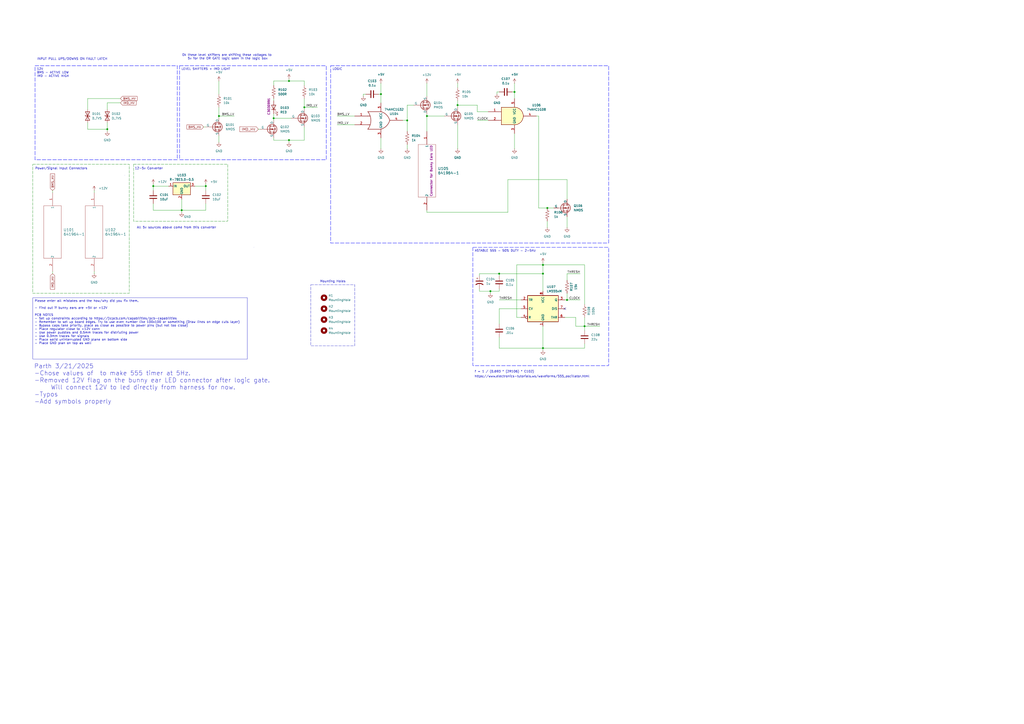
<source format=kicad_sch>
(kicad_sch (version 20250114) (generator "eeschema") (generator_version "9.0")
  (paper "A2")
  (title_block (title "TSSI") (date "2025-02-18") (rev "A") (company "FSAE") (comment 1 "Mason Lemoine, Jacob Parent, Daniel Whitley"))
  (lib_symbols
    (symbol "+5V_1" (power) (pin_numbers (hide yes)) (pin_names (offset 0) (hide yes))
      (property "Value" "+5V" (at 0 3.556 0))
      (symbol "+5V_1_0_1"
        (polyline (pts (xy -0.762 1.27) (xy 0 2.54)))
        (polyline (pts (xy 0 2.54) (xy 0.762 1.27)))
        (polyline (pts (xy 0 0) (xy 0 2.54)))
      )
      (symbol "+5V_1_1_1"
        (pin power_in line (at 0 0 90) (length 0) (name "~") (number "1"))
      )
    )
    (symbol "641964-1:641964-1" (pin_names (offset 0.254))
      (property "Reference" "U" (at 22.86 10.16 0))
      (property "Value" "641964-1" (at 22.86 7.62 0))
      (symbol "641964-1_0_1"
        (polyline (pts (xy 7.62 5.08) (xy 7.62 -5.08)) (stroke (width 0.127)))
        (polyline (pts (xy 7.62 -5.08) (xy 38.1 -5.08)) (stroke (width 0.127)))
        (polyline (pts (xy 38.1 5.08) (xy 7.62 5.08)) (stroke (width 0.127)))
        (polyline (pts (xy 38.1 -5.08) (xy 38.1 5.08)) (stroke (width 0.127)))
        (pin unspecified line (at 0 0 0) (length 7.62) (name "1") (number "1"))
        (pin unspecified line (at 45.72 0 180) (length 7.62) (name "2") (number "2"))
      )
    )
    (symbol "74xGxx:74AHC1G08"
      (property "Reference" "U" (at -2.54 3.81 0))
      (property "Value" "74AHC1G08" (at 0 -3.81 0))
      (symbol "74AHC1G08_0_1"
        (arc (start 0 5.08) (mid 5.0579 0) (end 0 -5.08) (stroke (width 0.254)) (fill (type background)))
        (polyline (pts (xy 0 -5.08) (xy -7.62 -5.08) (xy -7.62 5.08) (xy 0 5.08)) (stroke (width 0.254)) (fill (type background)))
      )
      (symbol "74AHC1G08_1_1"
        (pin input line (at -15.24 2.54 0) (length 7.62) (name "~") (number "1"))
        (pin input line (at -15.24 -2.54 0) (length 7.62) (name "~") (number "2"))
        (pin power_in line (at 0 10.16 270) (length 5.08) (name "VCC") (number "5"))
        (pin power_in line (at 0 -10.16 90) (length 5.08) (name "GND") (number "3"))
        (pin output line (at 12.7 0 180) (length 7.62) (name "~") (number "4"))
      )
    )
    (symbol "74xGxx:74AHC1G32"
      (property "Reference" "U" (at -2.54 3.81 0))
      (property "Value" "74AHC1G32" (at 0 -3.81 0))
      (symbol "74AHC1G32_0_1"
        (arc (start -7.62 5.08) (mid -5.838 0) (end -7.62 -5.08) (stroke (width 0.254)))
        (polyline (pts (xy -7.62 2.54) (xy -6.35 2.54)) (stroke (width 0.254)) (fill (type background)))
        (polyline (pts (xy -7.62 -2.54) (xy -6.35 -2.54)) (stroke (width 0.254)) (fill (type background)))
        (arc (start 5.08 0) (mid 3.202 -3.202) (end 0 -5.08) (stroke (width 0.254)))
        (arc (start 0 5.08) (mid 3.2271 3.2271) (end 5.08 0) (stroke (width 0.254)))
        (polyline (pts (xy 0 5.08) (xy -7.62 5.08)) (stroke (width 0.254)) (fill (type background)))
        (polyline (pts (xy 0 -5.08) (xy -7.62 -5.08)) (stroke (width 0.254)) (fill (type background)))
      )
      (symbol "74AHC1G32_1_1"
        (pin input line (at -15.24 2.54 0) (length 7.62) (name "~") (number "1"))
        (pin input line (at -15.24 -2.54 0) (length 7.62) (name "~") (number "2"))
        (pin power_in line (at 0 10.16 270) (length 5.08) (name "VCC") (number "5"))
        (pin power_in line (at 0 -10.16 90) (length 5.08) (name "GND") (number "3"))
        (pin output line (at 12.7 0 180) (length 7.62) (name "~") (number "4"))
      )
    )
    (symbol "CONNECTOR:641964-1" (pin_names (offset 0.254))
      (property "Reference" "U" (at 22.86 10.16 0))
      (property "Value" "641964-1" (at 22.86 7.62 0))
      (symbol "641964-1_0_1"
        (polyline (pts (xy 7.62 5.08) (xy 7.62 -5.08)) (stroke (width 0.127)))
        (polyline (pts (xy 7.62 -5.08) (xy 38.1 -5.08)) (stroke (width 0.127)))
        (polyline (pts (xy 38.1 5.08) (xy 7.62 5.08)) (stroke (width 0.127)))
        (polyline (pts (xy 38.1 -5.08) (xy 38.1 5.08)) (stroke (width 0.127)))
        (pin unspecified line (at 0 0 0) (length 7.62) (name "1") (number "1"))
        (pin unspecified line (at 45.72 0 180) (length 7.62) (name "2") (number "2"))
      )
    )
    (symbol "Device:C" (pin_numbers (hide yes)) (pin_names (offset 0.254))
      (property "Reference" "C" (at 0.635 2.54 0))
      (property "Value" "C" (at 0.635 -2.54 0))
      (symbol "C_0_1"
        (polyline (pts (xy -2.032 0.762) (xy 2.032 0.762)) (stroke (width 0.508)))
        (polyline (pts (xy -2.032 -0.762) (xy 2.032 -0.762)) (stroke (width 0.508)))
      )
      (symbol "C_1_1"
        (pin passive line (at 0 3.81 270) (length 2.794) (name "~") (number "1"))
        (pin passive line (at 0 -3.81 90) (length 2.794) (name "~") (number "2"))
      )
    )
    (symbol "Device:C_Polarized_US" (pin_numbers (hide yes)) (pin_names (offset 0.254) (hide yes))
      (property "Reference" "C" (at 0.635 2.54 0))
      (property "Value" "C_Polarized_US" (at 0.635 -2.54 0))
      (symbol "C_Polarized_US_0_1"
        (polyline (pts (xy -2.032 0.762) (xy 2.032 0.762)) (stroke (width 0.508)))
        (polyline (pts (xy -1.778 2.286) (xy -0.762 2.286)))
        (polyline (pts (xy -1.27 1.778) (xy -1.27 2.794)))
        (arc (start -2.032 -1.27) (mid 0 -0.5572) (end 2.032 -1.27) (stroke (width 0.508)))
      )
      (symbol "C_Polarized_US_1_1"
        (pin passive line (at 0 3.81 270) (length 2.794) (name "~") (number "1"))
        (pin passive line (at 0 -3.81 90) (length 3.302) (name "~") (number "2"))
      )
    )
    (symbol "Device:D_TVS" (pin_numbers (hide yes)) (pin_names (offset 1.016) (hide yes))
      (property "Reference" "D" (at 0 2.54 0))
      (property "Value" "D_TVS" (at 0 -2.54 0))
      (symbol "D_TVS_0_1"
        (polyline (pts (xy -2.54 1.27) (xy -2.54 -1.27) (xy 2.54 1.27) (xy 2.54 -1.27) (xy -2.54 1.27)) (stroke (width 0.254)))
        (polyline (pts (xy 0.508 1.27) (xy 0 1.27) (xy 0 -1.27) (xy -0.508 -1.27)) (stroke (width 0.254)))
        (polyline (pts (xy 1.27 0) (xy -1.27 0)))
      )
      (symbol "D_TVS_1_1"
        (pin passive line (at -3.81 0 0) (length 2.54) (name "A1") (number "1"))
        (pin passive line (at 3.81 0 180) (length 2.54) (name "A2") (number "2"))
      )
    )
    (symbol "Device:LED" (pin_numbers (hide yes)) (pin_names (offset 1.016) (hide yes))
      (property "Reference" "D" (at 0 2.54 0))
      (property "Value" "LED" (at 0 -2.54 0))
      (symbol "LED_0_1"
        (polyline (pts (xy -3.048 -0.762) (xy -4.572 -2.286) (xy -3.81 -2.286) (xy -4.572 -2.286) (xy -4.572 -1.524)))
        (polyline (pts (xy -1.778 -0.762) (xy -3.302 -2.286) (xy -2.54 -2.286) (xy -3.302 -2.286) (xy -3.302 -1.524)))
        (polyline (pts (xy -1.27 0) (xy 1.27 0)))
        (polyline (pts (xy -1.27 -1.27) (xy -1.27 1.27)) (stroke (width 0.254)))
        (polyline (pts (xy 1.27 -1.27) (xy 1.27 1.27) (xy -1.27 0) (xy 1.27 -1.27)) (stroke (width 0.254)))
      )
      (symbol "LED_1_1"
        (pin passive line (at -3.81 0 0) (length 2.54) (name "K") (number "1"))
        (pin passive line (at 3.81 0 180) (length 2.54) (name "A") (number "2"))
      )
    )
    (symbol "Device:R_US" (pin_numbers (hide yes)) (pin_names (offset 0))
      (property "Reference" "R" (at 2.54 0 90))
      (property "Value" "R_US" (at -2.54 0 90))
      (symbol "R_US_0_1"
        (polyline (pts (xy 0 2.286) (xy 0 2.54)))
        (polyline (pts (xy 0 2.286) (xy 1.016 1.905) (xy 0 1.524) (xy -1.016 1.143) (xy 0 0.762)))
        (polyline (pts (xy 0 0.762) (xy 1.016 0.381) (xy 0 0) (xy -1.016 -0.381) (xy 0 -0.762)))
        (polyline (pts (xy 0 -0.762) (xy 1.016 -1.143) (xy 0 -1.524) (xy -1.016 -1.905) (xy 0 -2.286)))
        (polyline (pts (xy 0 -2.286) (xy 0 -2.54)))
      )
      (symbol "R_US_1_1"
        (pin passive line (at 0 3.81 270) (length 1.27) (name "~") (number "1"))
        (pin passive line (at 0 -3.81 90) (length 1.27) (name "~") (number "2"))
      )
    )
    (symbol "Mechanical:MountingHole" (pin_names (offset 1.016)) (exclude_from_sim yes) (in_bom no)
      (property "Reference" "H" (at 0 5.08 0))
      (property "Value" "MountingHole" (at 0 3.175 0))
      (symbol "MountingHole_0_1"
        (circle (center 0 0) (radius 1.27) (stroke (width 1.27)))
      )
    )
    (symbol "Regulator_Switching:R-78E5.0-0.5" (pin_names (offset 0.254))
      (property "Reference" "U" (at -3.81 3.175 0))
      (property "Value" "R-78E5.0-0.5" (at 0 3.175 0))
      (symbol "R-78E5.0-0.5_0_1"
        (rectangle (start -5.08 1.905) (end 5.08 -5.08) (stroke (width 0.254)) (fill (type background)))
      )
      (symbol "R-78E5.0-0.5_1_1"
        (pin power_in line (at -7.62 0 0) (length 2.54) (name "IN") (number "1"))
        (pin power_in line (at 0 -7.62 90) (length 2.54) (name "GND") (number "2"))
        (pin power_out line (at 7.62 0 180) (length 2.54) (name "OUT") (number "3"))
      )
    )
    (symbol "Simulation_SPICE:NMOS" (pin_numbers (hide yes)) (pin_names (offset 0))
      (property "Reference" "Q" (at 5.08 1.27 0))
      (property "Value" "NMOS" (at 5.08 -1.27 0))
      (symbol "NMOS_0_1"
        (polyline (pts (xy 0.254 1.905) (xy 0.254 -1.905)) (stroke (width 0.254)))
        (polyline (pts (xy 0.254 0) (xy -2.54 0)))
        (polyline (pts (xy 0.762 2.286) (xy 0.762 1.27)) (stroke (width 0.254)))
        (polyline (pts (xy 0.762 0.508) (xy 0.762 -0.508)) (stroke (width 0.254)))
        (polyline (pts (xy 0.762 -1.27) (xy 0.762 -2.286)) (stroke (width 0.254)))
        (polyline (pts (xy 0.762 -1.778) (xy 3.302 -1.778) (xy 3.302 1.778) (xy 0.762 1.778)))
        (polyline (pts (xy 1.016 0) (xy 2.032 0.381) (xy 2.032 -0.381) (xy 1.016 0)) (fill (type outline)))
        (circle (center 1.651 0) (radius 2.794) (stroke (width 0.254)))
        (polyline (pts (xy 2.54 2.54) (xy 2.54 1.778)))
        (circle (center 2.54 1.778) (radius 0.254) (fill (type outline)))
        (circle (center 2.54 -1.778) (radius 0.254) (fill (type outline)))
        (polyline (pts (xy 2.54 -2.54) (xy 2.54 0) (xy 0.762 0)))
        (polyline (pts (xy 2.794 0.508) (xy 2.921 0.381) (xy 3.683 0.381) (xy 3.81 0.254)))
        (polyline (pts (xy 3.302 0.381) (xy 2.921 -0.254) (xy 3.683 -0.254) (xy 3.302 0.381)))
      )
      (symbol "NMOS_1_1"
        (pin input line (at -5.08 0 0) (length 2.54) (name "G") (number "2"))
        (pin passive line (at 2.54 5.08 270) (length 2.54) (name "D") (number "1"))
        (pin passive line (at 2.54 -5.08 90) (length 2.54) (name "S") (number "3"))
      )
    )
    (symbol "Simulation_SPICE:PMOS" (pin_numbers (hide yes)) (pin_names (offset 0))
      (property "Reference" "Q" (at 5.08 1.27 0))
      (property "Value" "PMOS" (at 5.08 -1.27 0))
      (symbol "PMOS_0_1"
        (polyline (pts (xy 0.254 1.905) (xy 0.254 -1.905)) (stroke (width 0.254)))
        (polyline (pts (xy 0.254 0) (xy -2.54 0)))
        (polyline (pts (xy 0.762 2.286) (xy 0.762 1.27)) (stroke (width 0.254)))
        (polyline (pts (xy 0.762 1.778) (xy 3.302 1.778) (xy 3.302 -1.778) (xy 0.762 -1.778)))
        (polyline (pts (xy 0.762 0.508) (xy 0.762 -0.508)) (stroke (width 0.254)))
        (polyline (pts (xy 0.762 -1.27) (xy 0.762 -2.286)) (stroke (width 0.254)))
        (circle (center 1.651 0) (radius 2.794) (stroke (width 0.254)))
        (polyline (pts (xy 2.286 0) (xy 1.27 0.381) (xy 1.27 -0.381) (xy 2.286 0)) (fill (type outline)))
        (polyline (pts (xy 2.54 2.54) (xy 2.54 1.778)))
        (circle (center 2.54 1.778) (radius 0.254) (fill (type outline)))
        (circle (center 2.54 -1.778) (radius 0.254) (fill (type outline)))
        (polyline (pts (xy 2.54 -2.54) (xy 2.54 0) (xy 0.762 0)))
        (polyline (pts (xy 2.794 -0.508) (xy 2.921 -0.381) (xy 3.683 -0.381) (xy 3.81 -0.254)))
        (polyline (pts (xy 3.302 -0.381) (xy 2.921 0.254) (xy 3.683 0.254) (xy 3.302 -0.381)))
      )
      (symbol "PMOS_1_1"
        (pin input line (at -5.08 0 0) (length 2.54) (name "G") (number "2"))
        (pin passive line (at 2.54 5.08 270) (length 2.54) (name "D") (number "1"))
        (pin passive line (at 2.54 -5.08 90) (length 2.54) (name "S") (number "3"))
      )
    )
    (symbol "Timer:LM555xM"
      (property "Reference" "U" (at -10.16 8.89 0))
      (property "Value" "LM555xM" (at 2.54 8.89 0))
      (symbol "LM555xM_0_0"
        (pin power_in line (at 0 10.16 270) (length 2.54) (name "VCC") (number "8"))
        (pin power_in line (at 0 -10.16 90) (length 2.54) (name "GND") (number "1"))
      )
      (symbol "LM555xM_0_1"
        (rectangle (start -8.89 -7.62) (end 8.89 7.62) (stroke (width 0.254)) (fill (type background)))
        (rectangle (start -8.89 -7.62) (end 8.89 7.62) (stroke (width 0.254)) (fill (type background)))
      )
      (symbol "LM555xM_1_1"
        (pin input line (at -12.7 5.08 0) (length 3.81) (name "TR") (number "2"))
        (pin input line (at -12.7 0 0) (length 3.81) (name "CV") (number "5"))
        (pin input inverted (at -12.7 -5.08 0) (length 3.81) (name "R") (number "4"))
        (pin output line (at 12.7 5.08 180) (length 3.81) (name "Q") (number "3"))
        (pin input line (at 12.7 0 180) (length 3.81) (name "DIS") (number "7"))
        (pin input line (at 12.7 -5.08 180) (length 3.81) (name "THR") (number "6"))
      )
    )
    (symbol "power:+12V" (power) (pin_numbers (hide yes)) (pin_names (offset 0) (hide yes))
      (property "Value" "+12V" (at 0 3.556 0))
      (symbol "+12V_0_1"
        (polyline (pts (xy -0.762 1.27) (xy 0 2.54)))
        (polyline (pts (xy 0 2.54) (xy 0.762 1.27)))
        (polyline (pts (xy 0 0) (xy 0 2.54)))
      )
      (symbol "+12V_1_1"
        (pin power_in line (at 0 0 90) (length 0) (name "~") (number "1"))
      )
    )
    (symbol "power:+5V" (power) (pin_numbers (hide yes)) (pin_names (offset 0) (hide yes))
      (property "Value" "+5V" (at 0 3.556 0))
      (symbol "+5V_0_1"
        (polyline (pts (xy -0.762 1.27) (xy 0 2.54)))
        (polyline (pts (xy 0 2.54) (xy 0.762 1.27)))
        (polyline (pts (xy 0 0) (xy 0 2.54)))
      )
      (symbol "+5V_1_1"
        (pin power_in line (at 0 0 90) (length 0) (name "~") (number "1"))
      )
    )
    (symbol "power:GND" (power) (pin_numbers (hide yes)) (pin_names (offset 0) (hide yes))
      (property "Value" "GND" (at 0 -3.81 0))
      (symbol "GND_0_1"
        (polyline (pts (xy 0 0) (xy 0 -1.27) (xy 1.27 -1.27) (xy 0 -2.54) (xy -1.27 -1.27) (xy 0 -1.27)))
      )
      (symbol "GND_1_1"
        (pin power_in line (at 0 0 270) (length 0) (name "~") (number "1"))
      )
    )
  )
  (rectangle (start 72.39 101.6) (end 72.39 101.6))
  (rectangle (start 147.32 143.51) (end 147.32 143.51))
  (rectangle (start 78.74 95.25) (end 78.74 95.25))
  (rectangle (start 80.01 93.98) (end 80.01 93.98))
  (rectangle (start 180.34 165.1) (end 205.74 200.66) (stroke (width 0) (type dash)))
  (rectangle (start 77.47 95.25) (end 132.08 128.27) (stroke (width 0) (type dash) (color 0 132 0 1)))
  (rectangle (start 19.05 95.25) (end 74.93 170.18) (stroke (width 0) (type dash) (color 0 132 0 1)))
  (text "Mounting Holes\n" (at 193.04 163.322 0) (effects (font (size 1.27 1.27))))
  (text "All 5v sources above come from this converter " (at 102.87 132.08 0) (effects (font (size 1.27 1.27))))
  (text "f = 1 / (0.693 * (2R106) * C102)" (at 275.336 215.646 0) (effects (font (size 1.27 1.27)) (justify left)))
  (text "INPUT PULL UPS/DOWNS ON FAULT LATCH" (at 41.91 34.29 0) (effects (font (size 1.27 1.27))))
  (text "Power/Signal Input Connectors" (at 35.56 97.79 0) (effects (font (size 1.27 1.27))))
  (text "Parth 3/21/2025\n-Chose values of  to make 555 timer at 5Hz. \n-Removed 12V flag on the bunny ear LED connector after logic gate. \n	Will connect 12V to led directly from harness for now. \n-Typos\n-Add symbols properly\n" (at 19.812 211.074 0) (effects (font (size 2.54 2.54)) (justify left top)))
  (text "Ok these level shifters are shifting these voltages to \n5v for the OR GATE logic seen in the logic box\n" (at 132.08 33.02 0) (effects (font (size 1.27 1.27))))
  (text "12-5v Converter" (at 86.36 97.79 0) (effects (font (size 1.27 1.27))))
  (text "https://www.electronics-tutorials.ws/waveforms/555_oscillator.html" (at 308.61 218.44 0) (effects (font (size 1.27 1.27))))
  (text_box "LEVEL SHIFTERS + IMD LIGHT" (at 104.14 38.1 0) (size 85.09 54.61) (margins 1.0541 1.0541 1.0541 1.0541) (stroke (width 0.2032) (type dash) (color 0 0 255 1)) (effects (font (size 1.27 1.27)) (justify left top)))
  (text_box "ASTABLE 555 - 50% DUTY - 2-5Hz" (at 274.32 143.51 0) (size 78.74 68.58) (margins 1.0541 1.0541 1.0541 1.0541) (stroke (width 0.2032) (type dash) (color 0 0 255 1)) (effects (font (size 1.27 1.27)) (justify left top)))
  (text_box "LOGIC" (at 191.77 38.1 0) (size 161.29 102.87) (margins 1.0541 1.0541 1.0541 1.0541) (stroke (width 0.2032) (type dash) (color 0 0 255 1)) (effects (font (size 1.27 1.27)) (justify left top)))
  (text_box "12V\nBMS - ACTIVE LOW\nIMD - ACTIVE HIGH" (at 20.32 38.1 0) (size 82.55 54.61) (margins 1.0541 1.0541 1.0541 1.0541) (stroke (width 0.2032) (type dash) (color 0 0 255 1)) (effects (font (size 1.27 1.27)) (justify left top)))
  (text_box "Please enter all mistakes and the how/why did you fix them.\n\n- Find out if bunny ears are +5V or +12V\n\nPCB NOTES\n- Set up constraints according to https://jlcpcb.com/capabilities/pcb-capabilities\n- Remember to set up board edges. Try to use even number like 100x100 or something (Draw lines on edge cuts layer)\n- Bypass caps take priority, place as close as possible to power pins (but not too close)\n- Place regulator close to +12V conn\n- Use power puddles and 0.5mm traces for distriuting power\n- Use 0.3mm traces for signals\n- Place solid uninterrupted GND plane on bottom side\n- Place GND plan on top as well " (at 19.05 172.72 0) (size 124.46 35.56) (margins 0.9525 0.9525 0.9525 0.9525) (effects (font (size 1.27 1.27)) (justify left top)))
  (junction (at 176.53 62.23))
  (junction (at 265.43 60.96))
  (junction (at 158.75 68.58))
  (junction (at 314.96 201.93))
  (junction (at 127 67.31))
  (junction (at 167.64 81.28))
  (junction (at 284.48 168.91))
  (junction (at 62.23 74.93))
  (junction (at 220.98 54.61))
  (junction (at 167.64 46.99))
  (junction (at 236.22 69.85))
  (junction (at 119.38 107.95))
  (junction (at 289.56 158.75))
  (junction (at 247.65 67.31))
  (junction (at 88.9 107.95))
  (junction (at 317.5 120.65))
  (junction (at 339.09 189.23))
  (junction (at 105.41 121.92))
  (junction (at 314.96 153.67))
  (junction (at 314.96 158.75))
  (junction (at 328.93 173.99))
  (junction (at 298.45 53.34))
  (no_connect (at 327.66 179.07))
  (wire (pts (xy 220.98 54.61) (xy 220.98 59.69)))
  (wire (pts (xy 328.93 158.75) (xy 328.93 162.56)))
  (wire (pts (xy 314.96 153.67) (xy 314.96 158.75)))
  (wire (pts (xy 184.15 62.23) (xy 176.53 62.23)))
  (wire (pts (xy 113.03 107.95) (xy 119.38 107.95)))
  (wire (pts (xy 265.43 58.42) (xy 265.43 60.96)))
  (wire (pts (xy 105.41 121.92) (xy 119.38 121.92)))
  (wire (pts (xy 88.9 121.92) (xy 105.41 121.92)))
  (wire (pts (xy 294.64 123.19) (xy 294.64 104.14)))
  (wire (pts (xy 167.64 46.99) (xy 176.53 46.99)))
  (wire (pts (xy 314.96 201.93) (xy 339.09 201.93)))
  (wire (pts (xy 311.15 67.31) (xy 312.42 67.31)))
  (wire (pts (xy 220.98 48.26) (xy 220.98 54.61)))
  (wire (pts (xy 247.65 67.31) (xy 247.65 76.2)))
  (wire (pts (xy 289.56 158.75) (xy 314.96 158.75)))
  (wire (pts (xy 50.8 74.93) (xy 62.23 74.93)))
  (wire (pts (xy 176.53 57.15) (xy 176.53 62.23)))
  (wire (pts (xy 88.9 118.11) (xy 88.9 121.92)))
  (wire (pts (xy 265.43 48.26) (xy 265.43 50.8)))
  (wire (pts (xy 167.64 46.99) (xy 167.64 45.72)))
  (wire (pts (xy 119.38 107.95) (xy 119.38 110.49)))
  (wire (pts (xy 284.48 168.91) (xy 289.56 168.91)))
  (wire (pts (xy 299.72 153.67) (xy 314.96 153.67)))
  (wire (pts (xy 265.43 60.96) (xy 265.43 62.23)))
  (wire (pts (xy 127 82.55) (xy 127 78.74)))
  (wire (pts (xy 317.5 120.65) (xy 321.31 120.65)))
  (wire (pts (xy 278.13 168.91) (xy 284.48 168.91)))
  (wire (pts (xy 54.61 157.48) (xy 54.61 158.75)))
  (wire (pts (xy 30.48 110.49) (xy 30.48 111.76)))
  (wire (pts (xy 50.8 71.12) (xy 50.8 74.93)))
  (wire (pts (xy 236.22 60.96) (xy 240.03 60.96)))
  (wire (pts (xy 247.65 123.19) (xy 294.64 123.19)))
  (wire (pts (xy 314.96 158.75) (xy 314.96 168.91)))
  (wire (pts (xy 289.56 195.58) (xy 289.56 201.93)))
  (wire (pts (xy 334.01 184.15) (xy 327.66 184.15)))
  (wire (pts (xy 62.23 71.12) (xy 62.23 74.93)))
  (wire (pts (xy 69.85 57.15) (xy 50.8 57.15)))
  (wire (pts (xy 284.48 170.18) (xy 284.48 168.91)))
  (wire (pts (xy 247.65 67.31) (xy 257.81 67.31)))
  (wire (pts (xy 314.96 153.67) (xy 339.09 153.67)))
  (wire (pts (xy 105.41 115.57) (xy 105.41 121.92)))
  (wire (pts (xy 119.38 118.11) (xy 119.38 121.92)))
  (wire (pts (xy 339.09 189.23) (xy 339.09 191.77)))
  (wire (pts (xy 314.96 201.93) (xy 314.96 203.2)))
  (wire (pts (xy 195.58 72.39) (xy 205.74 72.39)))
  (wire (pts (xy 336.55 173.99) (xy 328.93 173.99)))
  (wire (pts (xy 158.75 66.04) (xy 158.75 68.58)))
  (wire (pts (xy 220.98 80.01) (xy 220.98 86.36)))
  (wire (pts (xy 328.93 104.14) (xy 328.93 115.57)))
  (wire (pts (xy 298.45 48.26) (xy 298.45 53.34)))
  (wire (pts (xy 339.09 153.67) (xy 339.09 176.53)))
  (wire (pts (xy 127 67.31) (xy 127 68.58)))
  (wire (pts (xy 314.96 189.23) (xy 314.96 201.93)))
  (wire (pts (xy 236.22 83.82) (xy 236.22 86.36)))
  (wire (pts (xy 334.01 189.23) (xy 339.09 189.23)))
  (wire (pts (xy 119.38 107.95) (xy 119.38 106.68)))
  (wire (pts (xy 30.48 158.75) (xy 30.48 157.48)))
  (wire (pts (xy 158.75 81.28) (xy 167.64 81.28)))
  (wire (pts (xy 289.56 173.99) (xy 302.26 173.99)))
  (wire (pts (xy 176.53 81.28) (xy 176.53 73.66)))
  (wire (pts (xy 167.64 81.28) (xy 176.53 81.28)))
  (wire (pts (xy 294.64 104.14) (xy 328.93 104.14)))
  (wire (pts (xy 135.89 67.31) (xy 127 67.31)))
  (wire (pts (xy 288.29 53.34) (xy 289.56 53.34)))
  (wire (pts (xy 278.13 158.75) (xy 289.56 158.75)))
  (wire (pts (xy 312.42 67.31) (xy 312.42 120.65)))
  (wire (pts (xy 210.82 55.88) (xy 210.82 54.61)))
  (wire (pts (xy 236.22 76.2) (xy 236.22 69.85)))
  (wire (pts (xy 317.5 128.27) (xy 317.5 132.08)))
  (wire (pts (xy 339.09 199.39) (xy 339.09 201.93)))
  (wire (pts (xy 328.93 173.99) (xy 327.66 173.99)))
  (wire (pts (xy 339.09 184.15) (xy 339.09 189.23)))
  (wire (pts (xy 328.93 125.73) (xy 328.93 132.08)))
  (wire (pts (xy 247.65 121.92) (xy 247.65 123.19)))
  (wire (pts (xy 247.65 66.04) (xy 247.65 67.31)))
  (wire (pts (xy 219.71 54.61) (xy 220.98 54.61)))
  (wire (pts (xy 336.55 158.75) (xy 328.93 158.75)))
  (wire (pts (xy 88.9 107.95) (xy 97.79 107.95)))
  (wire (pts (xy 276.86 69.85) (xy 283.21 69.85)))
  (wire (pts (xy 158.75 68.58) (xy 168.91 68.58)))
  (wire (pts (xy 299.72 184.15) (xy 299.72 153.67)))
  (wire (pts (xy 298.45 77.47) (xy 298.45 86.36)))
  (wire (pts (xy 88.9 107.95) (xy 88.9 106.68)))
  (wire (pts (xy 278.13 158.75) (xy 278.13 160.02)))
  (wire (pts (xy 158.75 69.85) (xy 158.75 68.58)))
  (wire (pts (xy 50.8 57.15) (xy 50.8 63.5)))
  (wire (pts (xy 158.75 46.99) (xy 167.64 46.99)))
  (wire (pts (xy 276.86 64.77) (xy 283.21 64.77)))
  (wire (pts (xy 158.75 49.53) (xy 158.75 46.99)))
  (wire (pts (xy 339.09 189.23) (xy 347.98 189.23)))
  (wire (pts (xy 289.56 167.64) (xy 289.56 168.91)))
  (wire (pts (xy 276.86 60.96) (xy 276.86 64.77)))
  (wire (pts (xy 289.56 158.75) (xy 289.56 160.02)))
  (wire (pts (xy 289.56 179.07) (xy 302.26 179.07)))
  (wire (pts (xy 278.13 167.64) (xy 278.13 168.91)))
  (wire (pts (xy 62.23 59.69) (xy 62.23 63.5)))
  (wire (pts (xy 62.23 76.2) (xy 62.23 74.93)))
  (wire (pts (xy 312.42 120.65) (xy 317.5 120.65)))
  (wire (pts (xy 118.11 73.66) (xy 119.38 73.66)))
  (wire (pts (xy 127 62.23) (xy 127 67.31)))
  (wire (pts (xy 314.96 152.4) (xy 314.96 153.67)))
  (wire (pts (xy 289.56 201.93) (xy 314.96 201.93)))
  (wire (pts (xy 328.93 170.18) (xy 328.93 173.99)))
  (wire (pts (xy 88.9 107.95) (xy 88.9 110.49)))
  (wire (pts (xy 149.86 74.93) (xy 151.13 74.93)))
  (wire (pts (xy 62.23 59.69) (xy 69.85 59.69)))
  (wire (pts (xy 298.45 53.34) (xy 298.45 57.15)))
  (wire (pts (xy 265.43 72.39) (xy 265.43 86.36)))
  (wire (pts (xy 210.82 54.61) (xy 212.09 54.61)))
  (wire (pts (xy 167.64 82.55) (xy 167.64 81.28)))
  (wire (pts (xy 176.53 46.99) (xy 176.53 49.53)))
  (wire (pts (xy 289.56 179.07) (xy 289.56 187.96)))
  (wire (pts (xy 127 54.61) (xy 127 46.99)))
  (wire (pts (xy 334.01 184.15) (xy 334.01 189.23)))
  (wire (pts (xy 236.22 69.85) (xy 236.22 60.96)))
  (wire (pts (xy 195.58 67.31) (xy 205.74 67.31)))
  (wire (pts (xy 105.41 121.92) (xy 105.41 123.19)))
  (wire (pts (xy 176.53 62.23) (xy 176.53 63.5)))
  (wire (pts (xy 288.29 54.61) (xy 288.29 53.34)))
  (wire (pts (xy 302.26 184.15) (xy 299.72 184.15)))
  (wire (pts (xy 236.22 69.85) (xy 233.68 69.85)))
  (wire (pts (xy 158.75 57.15) (xy 158.75 58.42)))
  (wire (pts (xy 247.65 48.26) (xy 247.65 55.88)))
  (wire (pts (xy 54.61 110.49) (xy 54.61 111.76)))
  (wire (pts (xy 158.75 80.01) (xy 158.75 81.28)))
  (wire (pts (xy 265.43 60.96) (xy 276.86 60.96)))
  (wire (pts (xy 297.18 53.34) (xy 298.45 53.34)))
  (label "BMS_LV" (at 135.89 67.31 180))
  (label "IMD_LV" (at 195.58 72.39 0))
  (label "IMD_LV" (at 184.15 62.23 180))
  (label "CLOCK" (at 276.86 69.85 0))
  (label "BMS_LV" (at 195.58 67.31 0))
  (label "THRESH" (at 336.55 158.75 180))
  (label "THRESH" (at 289.56 173.99 0))
  (label "THRESH" (at 347.98 189.23 180))
  (label "CLOCK" (at 336.55 173.99 180))
  (global_label "BMS_HV" (shape input) (at 118.11 73.66 180) (property "Intersheetrefs" "${INTERSHEET_REFS}" (effects (hide yes))))
  (global_label "IMD_HV" (shape input) (at 69.85 59.69 0) (property "Intersheetrefs" "${INTERSHEET_REFS}" (effects (hide yes))))
  (global_label "BMS_HV" (shape input) (at 30.48 110.49 90) (property "Intersheetrefs" "${INTERSHEET_REFS}" (effects (hide yes))))
  (global_label "IMD_HV" (shape input) (at 30.48 158.75 270) (property "Intersheetrefs" "${INTERSHEET_REFS}" (effects (hide yes))))
  (global_label "IMD_HV" (shape input) (at 149.86 74.93 180) (effects (font (size 1.5 1.5))) (property "Intersheetrefs" "${INTERSHEET_REFS}" (effects (hide yes))))
  (global_label "BMS_HV" (shape input) (at 69.85 57.15 0) (property "Intersheetrefs" "${INTERSHEET_REFS}" (effects (hide yes))))
  (symbol (lib_id "power:GND") (at 62.23 76.2 0) (unit 1)
    (property "Reference" "#PWR0103" (effects (hide yes)))
    (property "Value" "GND" (at 62.23 81.28 0))
    (property "Description" "Power symbol creates a global label with name \"GND\" , ground" (effects (hide yes)))
  )
  (symbol (lib_id "Device:R_US") (at 176.53 53.34 0) (unit 1)
    (property "Reference" "R103" (at 179.07 52.0699 0) (effects (justify left)))
    (property "Value" "10k" (at 179.07 54.6099 0) (effects (justify left)))
    (property "Footprint" "Resistor_SMD:R_0603_1608Metric" (effects (hide yes)))
    (property "Datasheet" "https://jlcpcb.com/api/file/downloadByFileSystemAccessId/8558359556762984448" (effects (hide yes)))
    (property "Description" "Resistor, US symbol" (effects (hide yes)))
    (property "JLC#" "C130232" (effects (hide yes)))
  )
  (symbol (lib_id "power:GND") (at 220.98 86.36 0) (unit 1)
    (property "Reference" "#PWR0114" (effects (hide yes)))
    (property "Value" "GND" (at 220.98 91.44 0))
    (property "Description" "Power symbol creates a global label with name \"GND\" , ground" (effects (hide yes)))
  )
  (symbol (lib_id "Regulator_Switching:R-78E5.0-0.5") (at 105.41 107.95 0) (unit 1)
    (property "Reference" "U103" (at 105.41 101.6 0))
    (property "Value" "R-78E5.0-0.5" (at 105.41 104.14 0))
    (property "Footprint" "R_78E5_0_0_5 (1):R-78E-0.5_RCP" (effects (hide yes)))
    (property "Datasheet" "https://www.recom-power.com/pdf/Innoline/R-78Exx-0.5.pdf" (effects (hide yes)))
    (property "Description" "500mA Step-Down DC/DC-Regulator, 7-28V input, 5V fixed Output Voltage, LM78xx replacement, -40°C to +85°C, SIP3" (effects (hide yes)))
    (property "JLC#" "C5199916" (effects (hide yes)))
  )
  (symbol (lib_id "power:GND") (at 236.22 86.36 0) (unit 1)
    (property "Reference" "#PWR0115" (effects (hide yes)))
    (property "Value" "GND" (at 236.22 91.44 0))
    (property "Description" "Power symbol creates a global label with name \"GND\" , ground" (effects (hide yes)))
  )
  (symbol (lib_id "Simulation_SPICE:NMOS") (at 124.46 73.66 0) (unit 1)
    (property "Reference" "Q101" (at 130.81 72.3899 0) (effects (justify left)))
    (property "Value" "NMOS" (at 130.81 74.9299 0) (effects (justify left)))
    (property "Footprint" "Package_TO_SOT_SMD:SOT-23" (effects (hide yes)))
    (property "Datasheet" "https://www.lcsc.com/datasheet/lcsc_datasheet_2304140030_Diodes-Incorporated-DMN62D0U-7_C151421.pdf" (effects (hide yes)))
    (property "Description" "N-MOSFET transistor, drain/source/gate" (effects (hide yes)))
    (property "Sim.Device" "NMOS" (effects (hide yes)))
    (property "Sim.Type" "VDMOS" (effects (hide yes)))
    (property "Sim.Pins" "1=D 2=G 3=S" (effects (hide yes)))
    (property "JLC#" " C151421" (effects (hide yes)))
  )
  (symbol (lib_id "Device:R_US") (at 265.43 54.61 0) (unit 1)
    (property "Reference" "R105" (at 267.97 53.3399 0) (effects (justify left)))
    (property "Value" "10k" (at 267.97 55.8799 0) (effects (justify left)))
    (property "Footprint" "Resistor_SMD:R_0603_1608Metric" (effects (hide yes)))
    (property "Datasheet" "https://jlcpcb.com/api/file/downloadByFileSystemAccessId/8558359556762984448" (effects (hide yes)))
    (property "Description" "Resistor, US symbol" (effects (hide yes)))
    (property "JLC#" "C130232" (effects (hide yes)))
  )
  (symbol (lib_id "Device:D_TVS") (at 50.8 67.31 90) (unit 1)
    (property "Reference" "D101" (at 53.34 66.0399 90) (effects (justify right)))
    (property "Value" "D_TVS" (at 53.34 68.5799 90) (effects (justify right)))
    (property "Footprint" "Diode_SMD:D_SOD-123F" (effects (hide yes)))
    (property "Datasheet" "~https://www.lcsc.com/datasheet/lcsc_datasheet_2007231239_Yangzhou-Yangjie-Elec-Tech-SMBJ6-8CA_C698991.pdf" (effects (hide yes)))
    (property "Description" "Bidirectional transient-voltage-suppression diode" (effects (hide yes)))
    (property "JLC#" "C110748" (effects (hide yes)))
  )
  (symbol (lib_id "power:GND") (at 167.64 82.55 0) (unit 1)
    (property "Reference" "#PWR0111" (effects (hide yes)))
    (property "Value" "GND" (at 167.64 87.63 0))
    (property "Description" "Power symbol creates a global label with name \"GND\" , ground" (effects (hide yes)))
  )
  (symbol (lib_id "Device:R_US") (at 317.5 124.46 0) (unit 1)
    (property "Reference" "R106" (at 321.31 123.1899 0) (effects (justify left)))
    (property "Value" "1k" (at 321.31 125.7299 0) (effects (justify left)))
    (property "Footprint" "Resistor_SMD:R_0603_1608Metric" (effects (hide yes)))
    (property "Datasheet" "https://www.yageo.com/upload/media/product/products/datasheet/rchip/PYu-RC_Group_51_RoHS_L_12.pdf" (effects (hide yes)))
    (property "Description" "Resistor, US symbol" (effects (hide yes)))
    (property "JLC#" " C105637" (effects (hide yes)))
  )
  (symbol (lib_id "Device:R_US") (at 328.93 166.37 180) (unit 1)
    (property "Reference" "R107" (at 331.47 166.37 90))
    (property "Value" "15k" (at 334.01 166.37 90))
    (property "Footprint" "Resistor_SMD:R_0603_1608Metric" (effects (hide yes)))
    (property "Description" "Resistor, US symbol" (effects (hide yes)))
  )
  (symbol (lib_id "Device:C") (at 88.9 114.3 0) (unit 1)
    (property "Reference" "C101" (at 92.71 113.0299 0) (effects (justify left)))
    (property "Value" "10uF" (at 92.71 115.5699 0) (effects (justify left)))
    (property "Footprint" "Capacitor_SMD:C_0402_1005Metric" (effects (hide yes)))
    (property "Datasheet" "https://www.lcsc.com/datasheet/lcsc_datasheet_2304140030_Samsung-Electro-Mechanics-CL21A106KOQNNNG_C307520.pdf" (effects (hide yes)))
    (property "Description" "Unpolarized capacitor" (effects (hide yes)))
    (property "JLC#" "C307520" (effects (hide yes)))
  )
  (symbol (lib_id "74xGxx:74AHC1G08") (at 298.45 67.31 0) (unit 1)
    (property "Reference" "U106" (at 311.15 60.9914 0))
    (property "Value" "74AHC1G08" (at 311.15 63.5314 0))
    (property "Footprint" "Package_TO_SOT_SMD:SOT-353_SC-70-5" (effects (hide yes)))
    (property "Datasheet" "http://www.ti.com/lit/sg/scyt129e/scyt129e.pdf" (effects (hide yes)))
    (property "Description" "Single AND Gate, Low-Voltage CMOS" (effects (hide yes)))
    (property "JLC#" "C2861162" (effects (hide yes)))
  )
  (symbol (lib_id "Timer:LM555xM") (at 314.96 179.07 0) (unit 1)
    (property "Reference" "U107" (at 317.1541 166.37 0) (effects (justify left)))
    (property "Value" "LM555xM" (at 317.1541 168.91 0) (effects (justify left)))
    (property "Footprint" "Package_SO:SOIC-8_3.9x4.9mm_P1.27mm" (effects (hide yes)))
    (property "Datasheet" "http://www.ti.com/lit/ds/symlink/lm555.pdf" (effects (hide yes)))
    (property "Description" "Timer, 555 compatible, SOIC-8" (effects (hide yes)))
    (property "JLC#" "C90760" (effects (hide yes)))
  )
  (symbol (lib_id "Simulation_SPICE:NMOS") (at 156.21 74.93 0) (unit 1)
    (property "Reference" "Q102" (at 162.56 73.6599 0) (effects (justify left)))
    (property "Value" "NMOS" (at 162.56 76.1999 0) (effects (justify left)))
    (property "Footprint" "Package_TO_SOT_SMD:SOT-23" (effects (hide yes)))
    (property "Datasheet" "https://www.lcsc.com/datasheet/lcsc_datasheet_2304140030_Diodes-Incorporated-DMN62D0U-7_C151421.pdf" (effects (hide yes)))
    (property "Description" "N-MOSFET transistor, drain/source/gate" (effects (hide yes)))
    (property "Sim.Device" "NMOS" (effects (hide yes)))
    (property "Sim.Type" "VDMOS" (effects (hide yes)))
    (property "Sim.Pins" "1=D 2=G 3=S" (effects (hide yes)))
    (property "JLC#" " C151421" (effects (hide yes)))
  )
  (symbol (lib_id "74xGxx:74AHC1G32") (at 220.98 69.85 0) (unit 1)
    (property "Reference" "U104" (at 228.6 66.04 0))
    (property "Value" "74AHC1G32" (at 228.6 63.5 0))
    (property "Footprint" "Package_TO_SOT_SMD:SOT-353_SC-70-5" (effects (hide yes)))
    (property "Datasheet" "http://www.ti.com/lit/sg/scyt129e/scyt129e.pdf" (effects (hide yes)))
    (property "Description" "Single OR Gate, Low-Voltage CMOS" (effects (hide yes)))
    (property "JLC#" "C7394028" (effects (hide yes)))
  )
  (symbol (lib_id "Mechanical:MountingHole") (at 187.96 185.42 0) (unit 1) (exclude_from_sim yes) (in_bom no)
    (property "Reference" "H3" (at 190.5 184.1499 0) (effects (justify left)))
    (property "Value" "MountingHole" (at 190.5 186.6899 0) (effects (justify left)))
    (property "Footprint" "MountingHole:MountingHole_2.2mm_M2" (effects (hide yes)))
    (property "Description" "Mounting Hole without connection" (effects (hide yes)))
  )
  (symbol (lib_id "power:+12V") (at 54.61 110.49 0) (unit 1)
    (property "Reference" "#PWR0101" (effects (hide yes)))
    (property "Value" "+12V" (at 57.15 109.2199 0) (effects (justify left)))
    (property "Description" "Power symbol creates a global label with name \"+12V\"" (effects (hide yes)))
  )
  (symbol (lib_id "power:+12V") (at 247.65 48.26 0) (unit 1)
    (property "Reference" "#PWR0116" (effects (hide yes)))
    (property "Value" "+12V" (at 244.856 43.434 0) (effects (justify left)))
    (property "Description" "Power symbol creates a global label with name \"+12V\"" (effects (hide yes)))
  )
  (symbol (lib_id "power:GND") (at 210.82 55.88 0) (unit 1)
    (property "Reference" "#PWR0112" (effects (hide yes)))
    (property "Value" "GND" (at 210.82 60.96 0))
    (property "Description" "Power symbol creates a global label with name \"GND\" , ground" (effects (hide yes)))
  )
  (symbol (lib_id "power:GND") (at 284.48 170.18 0) (unit 1)
    (property "Reference" "#PWR0120" (effects (hide yes)))
    (property "Value" "GND" (at 284.48 175.26 0))
    (property "Description" "Power symbol creates a global label with name \"GND\" , ground" (effects (hide yes)))
  )
  (symbol (lib_id "power:GND") (at 328.93 132.08 0) (unit 1)
    (property "Reference" "#PWR0128" (effects (hide yes)))
    (property "Value" "GND" (at 328.93 137.16 0))
    (property "Description" "Power symbol creates a global label with name \"GND\" , ground" (effects (hide yes)))
  )
  (symbol (lib_id "Device:C") (at 119.38 114.3 0) (unit 1)
    (property "Reference" "C102" (at 123.19 113.0299 0) (effects (justify left)))
    (property "Value" "10uF" (at 123.19 115.5699 0) (effects (justify left)))
    (property "Footprint" "Capacitor_SMD:C_0402_1005Metric" (effects (hide yes)))
    (property "Datasheet" "https://www.lcsc.com/datasheet/lcsc_datasheet_2304140030_Samsung-Electro-Mechanics-CL21A106KOQNNNG_C307520.pdf" (effects (hide yes)))
    (property "Description" "Unpolarized capacitor" (effects (hide yes)))
    (property "JLC#" "C307520" (effects (hide yes)))
  )
  (symbol (lib_id "power:GND") (at 288.29 54.61 0) (unit 1)
    (property "Reference" "#PWR0121" (effects (hide yes)))
    (property "Value" "GND" (at 288.29 59.69 0))
    (property "Description" "Power symbol creates a global label with name \"GND\" , ground" (effects (hide yes)))
  )
  (symbol (lib_id "Device:C") (at 215.9 54.61 270) (unit 1)
    (property "Reference" "C103" (at 215.9 46.99 90))
    (property "Value" "0.1u" (at 215.9 49.53 90))
    (property "Footprint" "Capacitor_SMD:C_0402_1005Metric" (effects (hide yes)))
    (property "Datasheet" "https://www.lcsc.com/datasheet/lcsc_datasheet_2304140030_Samsung-Electro-Mechanics-CL05B104KP5NNNC_C133086.pdf" (effects (hide yes)))
    (property "Description" "Unpolarized capacitor" (effects (hide yes)))
    (property "JLC#" "C133086" (effects (hide yes)))
  )
  (symbol (lib_id "power:GND") (at 265.43 86.36 0) (unit 1)
    (property "Reference" "#PWR0119" (effects (hide yes)))
    (property "Value" "GND" (at 265.43 91.44 0))
    (property "Description" "Power symbol creates a global label with name \"GND\" , ground" (effects (hide yes)))
  )
  (symbol (lib_id "power:GND") (at 298.45 86.36 0) (unit 1)
    (property "Reference" "#PWR0123" (effects (hide yes)))
    (property "Value" "GND" (at 298.45 91.44 0))
    (property "Description" "Power symbol creates a global label with name \"GND\" , ground" (effects (hide yes)))
  )
  (symbol (lib_name "+5V_1") (lib_id "power:+5V") (at 127 46.99 0) (unit 1)
    (property "Reference" "#PWR0108" (effects (hide yes)))
    (property "Value" "+5V" (at 127 41.91 0))
    (property "Description" "Power symbol creates a global label with name \"+5V\"" (effects (hide yes)))
  )
  (symbol (lib_id "CONNECTOR:641964-1") (at 247.65 76.2 270) (unit 1)
    (property "Reference" "U105" (at 254 97.7899 90) (effects (font (size 1.524 1.524)) (justify left)))
    (property "Value" "641964-1" (at 254 100.3299 90) (effects (font (size 1.524 1.524)) (justify left)))
    (property "Footprint" "641964-1:641964-1_TYC" (effects (hide yes)))
    (property "Datasheet" "https://www.te.com/usa-en/product-641964-1.datasheet.pdf" (effects (hide yes)))
    (property "Description" "Connector for Bunny Ears LED" (at 250.19 99.06 0))
  )
  (symbol (lib_id "Simulation_SPICE:NMOS") (at 326.39 120.65 0) (unit 1)
    (property "Reference" "Q106" (at 332.74 119.3799 0) (effects (justify left)))
    (property "Value" "NMOS" (at 332.74 121.9199 0) (effects (justify left)))
    (property "Footprint" "Package_TO_SOT_SMD:SOT-23" (effects (hide yes)))
    (property "Datasheet" "https://www.lcsc.com/datasheet/lcsc_datasheet_2304140030_Diodes-Incorporated-DMN62D0U-7_C151421.pdf" (effects (hide yes)))
    (property "Description" "N-MOSFET transistor, drain/source/gate" (effects (hide yes)))
    (property "Sim.Device" "NMOS" (effects (hide yes)))
    (property "Sim.Type" "VDMOS" (effects (hide yes)))
    (property "Sim.Pins" "1=D 2=G 3=S" (effects (hide yes)))
    (property "JLC#" " C151421" (effects (hide yes)))
  )
  (symbol (lib_id "Simulation_SPICE:PMOS") (at 245.11 60.96 0) (mirror x) (unit 1)
    (property "Reference" "Q104" (at 251.46 59.6899 0) (effects (justify left)))
    (property "Value" "PMOS" (at 251.46 62.2299 0) (effects (justify left)))
    (property "Footprint" "Package_TO_SOT_SMD:SOT-523" (effects (hide yes)))
    (property "Datasheet" "https://www.lcsc.com/datasheet/lcsc_datasheet_1811081520_Diodes-Incorporated-DMG1013T-7_C96676.pdf" (effects (hide yes)))
    (property "Description" "P-MOSFET transistor, drain/source/gate" (effects (hide yes)))
    (property "Sim.Device" "PMOS" (effects (hide yes)))
    (property "Sim.Type" "VDMOS" (effects (hide yes)))
    (property "Sim.Pins" "1=D 2=G 3=S" (effects (hide yes)))
    (property "JLC#" "C96676" (effects (hide yes)))
  )
  (symbol (lib_id "power:+5V") (at 119.38 106.68 0) (unit 1)
    (property "Reference" "#PWR0106" (effects (hide yes)))
    (property "Value" "+5V" (at 121.92 105.4099 0) (effects (justify left)))
    (property "Description" "Power symbol creates a global label with name \"+5V\"" (effects (hide yes)))
  )
  (symbol (lib_id "Device:R_US") (at 127 58.42 0) (unit 1)
    (property "Reference" "R101" (at 129.54 57.1499 0) (effects (justify left)))
    (property "Value" "10k" (at 129.54 59.6899 0) (effects (justify left)))
    (property "Footprint" "Resistor_SMD:R_0603_1608Metric" (effects (hide yes)))
    (property "Datasheet" "https://jlcpcb.com/api/file/downloadByFileSystemAccessId/8558359556762984448" (effects (hide yes)))
    (property "Description" "Resistor, US symbol" (effects (hide yes)))
    (property "JLC#" "C130232" (effects (hide yes)))
  )
  (symbol (lib_id "Device:R_US") (at 158.75 53.34 0) (unit 1)
    (property "Reference" "R102" (at 161.29 52.0699 0) (effects (justify left)))
    (property "Value" "500R" (at 161.29 54.6099 0) (effects (justify left)))
    (property "Footprint" "Resistor_SMD:R_0603_1608Metric" (effects (hide yes)))
    (property "Datasheet" "https://jlcpcb.com/api/file/downloadByFileSystemAccessId/8558359556762984448" (effects (hide yes)))
    (property "Description" "Resistor, US symbol" (effects (hide yes)))
    (property "JLC#" "C130232" (effects (hide yes)))
  )
  (symbol (lib_id "Device:C_Polarized_US") (at 278.13 163.83 0) (unit 1)
    (property "Reference" "C104" (at 281.94 161.9249 0) (effects (justify left)))
    (property "Value" "1u" (at 281.94 164.4649 0) (effects (justify left)))
    (property "Footprint" "Capacitor_SMD:C_0402_1005Metric" (effects (hide yes)))
    (property "Datasheet" "https://www.lcsc.com/datasheet/lcsc_datasheet_2304140030_Samsung-Electro-Mechanics-CL10B105KO8NNNC_C59782.pdf" (effects (hide yes)))
    (property "Description" "Polarized capacitor, US symbol" (effects (hide yes)))
    (property "JLC#" "C59782" (effects (hide yes)))
  )
  (symbol (lib_name "+5V_1") (lib_id "power:+5V") (at 314.96 152.4 0) (unit 1)
    (property "Reference" "#PWR0124" (effects (hide yes)))
    (property "Value" "+5V" (at 314.96 147.32 0))
    (property "Description" "Power symbol creates a global label with name \"+5V\"" (effects (hide yes)))
  )
  (symbol (lib_name "+5V_1") (lib_id "power:+5V") (at 298.45 48.26 0) (unit 1)
    (property "Reference" "#PWR0122" (effects (hide yes)))
    (property "Value" "+5V" (at 298.45 43.18 0))
    (property "Description" "Power symbol creates a global label with name \"+5V\"" (effects (hide yes)))
  )
  (symbol (lib_id "Device:C") (at 289.56 191.77 0) (unit 1)
    (property "Reference" "C106" (at 293.37 190.4999 0) (effects (justify left)))
    (property "Value" ".01u" (at 293.37 193.0399 0) (effects (justify left)))
    (property "Footprint" "Capacitor_SMD:C_0402_1005Metric" (effects (hide yes)))
    (property "Datasheet" "https://jlcpcb.com/api/file/downloadByFileSystemAccessId/8579707307011465216" (effects (hide yes)))
    (property "Description" "Unpolarized capacitor" (effects (hide yes)))
    (property "JLC#" "C15195" (effects (hide yes)))
  )
  (symbol (lib_id "power:GND") (at 314.96 203.2 0) (unit 1)
    (property "Reference" "#PWR0125" (effects (hide yes)))
    (property "Value" "GND" (at 314.96 208.28 0))
    (property "Description" "Power symbol creates a global label with name \"GND\" , ground" (effects (hide yes)))
  )
  (symbol (lib_id "Mechanical:MountingHole") (at 187.96 179.07 0) (unit 1) (exclude_from_sim yes) (in_bom no)
    (property "Reference" "H2" (at 190.5 177.7999 0) (effects (justify left)))
    (property "Value" "MountingHole" (at 190.5 180.3399 0) (effects (justify left)))
    (property "Footprint" "MountingHole:MountingHole_2.2mm_M2" (effects (hide yes)))
    (property "Description" "Mounting Hole without connection" (effects (hide yes)))
  )
  (symbol (lib_name "+5V_1") (lib_id "power:+5V") (at 220.98 48.26 0) (unit 1)
    (property "Reference" "#PWR0113" (effects (hide yes)))
    (property "Value" "+5V" (at 220.98 43.18 0))
    (property "Description" "Power symbol creates a global label with name \"+5V\"" (effects (hide yes)))
  )
  (symbol (lib_name "+5V_1") (lib_id "power:+5V") (at 167.64 45.72 0) (unit 1)
    (property "Reference" "#PWR0110" (effects (hide yes)))
    (property "Value" "+5V" (at 167.64 40.64 0))
    (property "Description" "Power symbol creates a global label with name \"+5V\"" (effects (hide yes)))
  )
  (symbol (lib_id "Device:C") (at 289.56 163.83 0) (unit 1)
    (property "Reference" "C105" (at 293.37 162.5599 0) (effects (justify left)))
    (property "Value" "0.1u" (at 293.37 165.0999 0) (effects (justify left)))
    (property "Footprint" "Capacitor_SMD:C_0402_1005Metric" (effects (hide yes)))
    (property "Datasheet" "https://www.lcsc.com/datasheet/lcsc_datasheet_2304140030_Samsung-Electro-Mechanics-CL05B104KP5NNNC_C133086.pdf" (effects (hide yes)))
    (property "Description" "Unpolarized capacitor" (effects (hide yes)))
    (property "JLC#" "C133086" (effects (hide yes)))
  )
  (symbol (lib_id "Device:R_US") (at 236.22 80.01 0) (unit 1)
    (property "Reference" "R104" (at 238.76 78.7399 0) (effects (justify left)))
    (property "Value" "1k" (at 238.76 81.2799 0) (effects (justify left)))
    (property "Footprint" "Resistor_SMD:R_0603_1608Metric" (effects (hide yes)))
    (property "Datasheet" "https://www.yageo.com/upload/media/product/products/datasheet/rchip/PYu-RC_Group_51_RoHS_L_12.pdf" (effects (hide yes)))
    (property "Description" "Resistor, US symbol" (effects (hide yes)))
    (property "JLC#" " C105637" (effects (hide yes)))
  )
  (symbol (lib_id "power:GND") (at 127 82.55 0) (unit 1)
    (property "Reference" "#PWR0109" (effects (hide yes)))
    (property "Value" "GND" (at 127 87.63 0))
    (property "Description" "Power symbol creates a global label with name \"GND\" , ground" (effects (hide yes)))
  )
  (symbol (lib_id "Mechanical:MountingHole") (at 187.96 191.77 0) (unit 1) (exclude_from_sim yes) (in_bom no)
    (property "Reference" "H4" (at 190.5 190.4999 0) (effects (justify left)))
    (property "Value" "MountingHole" (at 190.5 193.0399 0) (effects (justify left)))
    (property "Footprint" "MountingHole:MountingHole_2.2mm_M2" (effects (hide yes)))
    (property "Description" "Mounting Hole without connection" (effects (hide yes)))
  )
  (symbol (lib_name "+5V_1") (lib_id "power:+5V") (at 265.43 48.26 0) (unit 1)
    (property "Reference" "#PWR0118" (effects (hide yes)))
    (property "Value" "+5V" (at 265.43 43.18 0))
    (property "Description" "Power symbol creates a global label with name \"+5V\"" (effects (hide yes)))
  )
  (symbol (lib_id "Simulation_SPICE:NMOS") (at 173.99 68.58 0) (unit 1)
    (property "Reference" "Q103" (at 180.34 67.3099 0) (effects (justify left)))
    (property "Value" "NMOS" (at 180.34 69.8499 0) (effects (justify left)))
    (property "Footprint" "Package_TO_SOT_SMD:SOT-23" (effects (hide yes)))
    (property "Datasheet" "https://www.lcsc.com/datasheet/lcsc_datasheet_2304140030_Diodes-Incorporated-DMN62D0U-7_C151421.pdf" (effects (hide yes)))
    (property "Description" "N-MOSFET transistor, drain/source/gate" (effects (hide yes)))
    (property "Sim.Device" "NMOS" (effects (hide yes)))
    (property "Sim.Type" "VDMOS" (effects (hide yes)))
    (property "Sim.Pins" "1=D 2=G 3=S" (effects (hide yes)))
    (property "JLC#" " C151421" (effects (hide yes)))
  )
  (symbol (lib_id "641964-1:641964-1") (at 30.48 111.76 270) (unit 1)
    (property "Reference" "U101" (at 36.83 133.3499 90) (effects (font (size 1.524 1.524)) (justify left)))
    (property "Value" "641964-1" (at 36.83 135.8899 90) (effects (font (size 1.524 1.524)) (justify left)))
    (property "Footprint" "641964-1:641964-1_TYC" (effects (hide yes)))
    (property "Datasheet" "641964-1" (effects (hide yes)))
  )
  (symbol (lib_id "Device:C") (at 293.37 53.34 270) (unit 1)
    (property "Reference" "C107" (at 293.37 45.72 90))
    (property "Value" "0.1u" (at 293.37 48.26 90))
    (property "Footprint" "Capacitor_SMD:C_0402_1005Metric" (effects (hide yes)))
    (property "Datasheet" "https://www.lcsc.com/datasheet/lcsc_datasheet_2304140030_Samsung-Electro-Mechanics-CL05B104KP5NNNC_C133086.pdf" (effects (hide yes)))
    (property "Description" "Unpolarized capacitor" (effects (hide yes)))
    (property "JLC#" "C133086" (effects (hide yes)))
  )
  (symbol (lib_id "Device:C") (at 339.09 195.58 180) (unit 1)
    (property "Reference" "C108" (at 342.9 194.3099 0) (effects (justify right)))
    (property "Value" "22u" (at 342.9 196.8499 0) (effects (justify right)))
    (property "Footprint" "Capacitor_SMD:C_0402_1005Metric" (effects (hide yes)))
    (property "Description" "Unpolarized capacitor" (effects (hide yes)))
  )
  (symbol (lib_id "power:GND") (at 54.61 158.75 0) (unit 1)
    (property "Reference" "#PWR0102" (effects (hide yes)))
    (property "Value" "GND" (at 54.61 163.83 0))
    (property "Description" "Power symbol creates a global label with name \"GND\" , ground" (effects (hide yes)))
  )
  (symbol (lib_id "Device:LED") (at 158.75 62.23 90) (unit 1)
    (property "Reference" "D103" (at 162.56 62.5474 90) (effects (justify right)))
    (property "Value" "RED" (at 162.56 65.0874 90) (effects (justify right)))
    (property "Footprint" "Resistor_SMD:R_0603_1608Metric" (effects (hide yes)))
    (property "Datasheet" "https://www.we-online.com/components/products/datasheet/150060RS75000.pdf" (effects (hide yes)))
    (property "Description" "Light emitting diode" (effects (hide yes)))
    (property "Sim.Pins" "1=K 2=A" (effects (hide yes)))
    (property "JLC#" "C3030991" (at 155.956 61.722 0))
  )
  (symbol (lib_id "power:GND") (at 105.41 123.19 0) (unit 1)
    (property "Reference" "#PWR0107" (effects (hide yes)))
    (property "Value" "GND" (at 106.68 125.73 0) (effects (justify left)))
    (property "Description" "Power symbol creates a global label with name \"GND\" , ground" (effects (hide yes)))
  )
  (symbol (lib_id "power:+12V") (at 88.9 106.68 0) (unit 1)
    (property "Reference" "#PWR0104" (effects (hide yes)))
    (property "Value" "+12V" (at 91.44 105.4099 0) (effects (justify left)))
    (property "Description" "Power symbol creates a global label with name \"+12V\"" (effects (hide yes)))
  )
  (symbol (lib_id "Mechanical:MountingHole") (at 187.96 172.72 0) (unit 1) (exclude_from_sim yes) (in_bom no)
    (property "Reference" "H1" (at 190.5 171.4499 0) (effects (justify left)))
    (property "Value" "MountingHole" (at 190.5 173.9899 0) (effects (justify left)))
    (property "Footprint" "MountingHole:MountingHole_2.2mm_M2" (effects (hide yes)))
    (property "Description" "Mounting Hole without connection" (effects (hide yes)))
  )
  (symbol (lib_id "Device:D_TVS") (at 62.23 67.31 90) (unit 1)
    (property "Reference" "D102" (at 64.77 66.0399 90) (effects (justify right)))
    (property "Value" "D_TVS" (at 64.77 68.5799 90) (effects (justify right)))
    (property "Footprint" "Diode_SMD:D_SOD-123F" (effects (hide yes)))
    (property "Datasheet" "~https://www.lcsc.com/datasheet/lcsc_datasheet_2007231239_Yangzhou-Yangjie-Elec-Tech-SMBJ6-8CA_C698991.pdf" (effects (hide yes)))
    (property "Description" "Bidirectional transient-voltage-suppression diode" (effects (hide yes)))
    (property "JLC#" "C110748" (effects (hide yes)))
  )
  (symbol (lib_id "641964-1:641964-1") (at 54.61 111.76 270) (unit 1)
    (property "Reference" "U102" (at 60.96 133.3499 90) (effects (font (size 1.524 1.524)) (justify left)))
    (property "Value" "641964-1" (at 60.96 135.8899 90) (effects (font (size 1.524 1.524)) (justify left)))
    (property "Footprint" "641964-1:641964-1_TYC" (effects (hide yes)))
    (property "Datasheet" "641964-1" (effects (hide yes)))
  )
  (symbol (lib_id "power:GND") (at 317.5 132.08 0) (unit 1)
    (property "Reference" "#PWR0126" (effects (hide yes)))
    (property "Value" "GND" (at 317.5 137.16 0))
    (property "Description" "Power symbol creates a global label with name \"GND\" , ground" (effects (hide yes)))
  )
  (symbol (lib_id "Simulation_SPICE:NMOS") (at 262.89 67.31 0) (unit 1)
    (property "Reference" "Q105" (at 269.24 66.0399 0) (effects (justify left)))
    (property "Value" "NMOS" (at 269.24 68.5799 0) (effects (justify left)))
    (property "Footprint" "Package_TO_SOT_SMD:SOT-23" (effects (hide yes)))
    (property "Datasheet" "https://www.lcsc.com/datasheet/lcsc_datasheet_2304140030_Diodes-Incorporated-DMN62D0U-7_C151421.pdf" (effects (hide yes)))
    (property "Description" "N-MOSFET transistor, drain/source/gate" (effects (hide yes)))
    (property "Sim.Device" "NMOS" (effects (hide yes)))
    (property "Sim.Type" "VDMOS" (effects (hide yes)))
    (property "Sim.Pins" "1=D 2=G 3=S" (effects (hide yes)))
    (property "JLC#" " C151421" (effects (hide yes)))
  )
  (symbol (lib_id "Device:R_US") (at 339.09 180.34 180) (unit 1)
    (property "Reference" "R108" (at 341.63 180.34 90))
    (property "Value" "100k" (at 344.17 180.34 90))
    (property "Footprint" "Resistor_SMD:R_0603_1608Metric" (effects (hide yes)))
    (property "Datasheet" "https://www.lcsc.com/datasheet/lcsc_datasheet_2304140030_YAGEO-RC0402FR-07100KL_C60491.pdf" (effects (hide yes)))
    (property "Description" "Resistor, US symbol" (effects (hide yes)))
    (property "JLC#" "C60491" (effects (hide yes)))
  )
)
</source>
